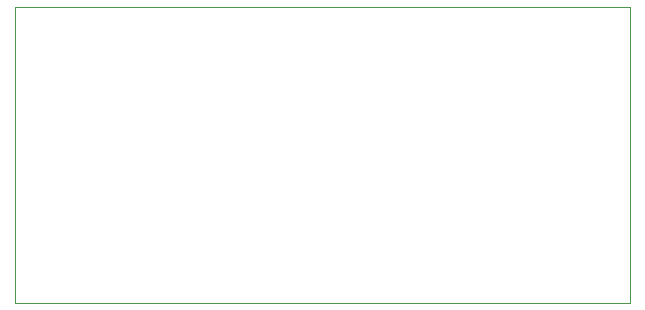
<source format=gbr>
%FSLAX34Y34*%
%MOMM*%
%LNOUTLINE*%
G71*
G01*
%ADD10C,0.002*%
%LPD*%
G54D10*
X-127000Y146050D02*
X393000Y146050D01*
X393000Y-103950D01*
X-127000Y-103950D01*
X-127000Y146050D01*
M02*

</source>
